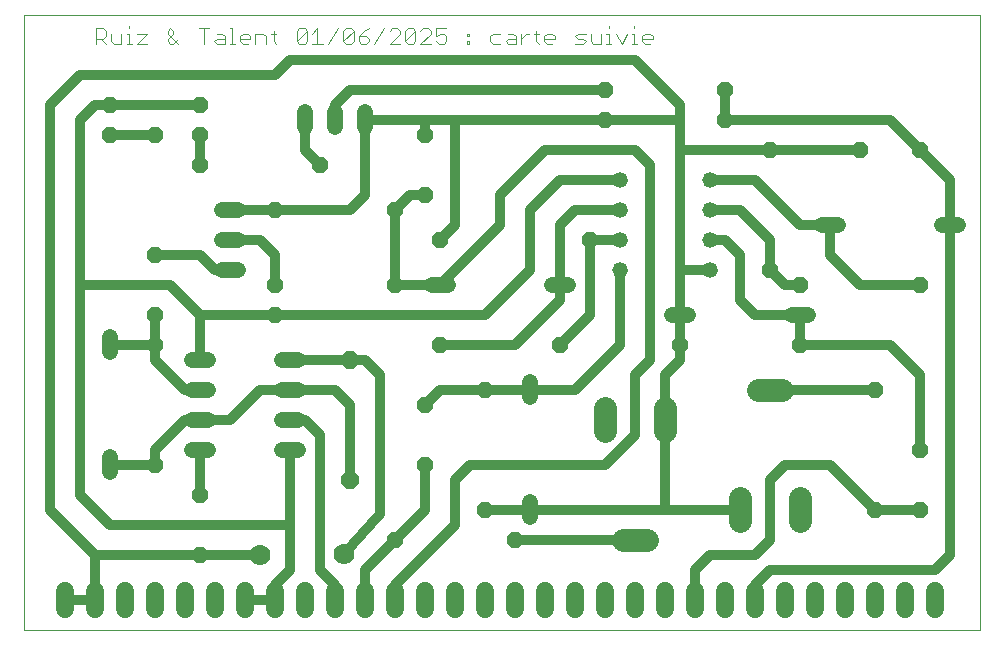
<source format=gbr>
G75*
G70*
%OFA0B0*%
%FSLAX24Y24*%
%IPPOS*%
%LPD*%
%AMOC8*
5,1,8,0,0,1.08239X$1,22.5*
%
%ADD10C,0.0000*%
%ADD11C,0.0040*%
%ADD12C,0.0520*%
%ADD13OC8,0.0520*%
%ADD14C,0.0520*%
%ADD15OC8,0.0600*%
%ADD16C,0.0600*%
%ADD17C,0.0780*%
%ADD18C,0.0320*%
%ADD19C,0.0700*%
D10*
X000110Y000101D02*
X000110Y020597D01*
X031980Y020597D01*
X031980Y000101D01*
X000110Y000101D01*
D11*
X002500Y019621D02*
X002500Y020141D01*
X002760Y020141D01*
X002847Y020054D01*
X002847Y019881D01*
X002760Y019794D01*
X002500Y019794D01*
X002673Y019794D02*
X002847Y019621D01*
X003015Y019708D02*
X003102Y019621D01*
X003362Y019621D01*
X003362Y019968D01*
X003531Y019968D02*
X003618Y019968D01*
X003618Y019621D01*
X003531Y019621D02*
X003705Y019621D01*
X003875Y019621D02*
X004222Y019621D01*
X004222Y019968D02*
X003875Y019621D01*
X003875Y019968D02*
X004222Y019968D01*
X003618Y020141D02*
X003618Y020228D01*
X003015Y019968D02*
X003015Y019708D01*
X004906Y019708D02*
X004993Y019621D01*
X005080Y019621D01*
X005253Y019794D01*
X005253Y019621D02*
X004906Y019968D01*
X004906Y020054D01*
X004993Y020141D01*
X005080Y020054D01*
X005080Y019968D01*
X004906Y019794D01*
X004906Y019708D01*
X005937Y020141D02*
X006284Y020141D01*
X006111Y020141D02*
X006111Y019621D01*
X006453Y019708D02*
X006540Y019794D01*
X006800Y019794D01*
X006800Y019881D02*
X006800Y019621D01*
X006540Y019621D01*
X006453Y019708D01*
X006540Y019968D02*
X006713Y019968D01*
X006800Y019881D01*
X006969Y020141D02*
X007055Y020141D01*
X007055Y019621D01*
X006969Y019621D02*
X007142Y019621D01*
X007312Y019708D02*
X007312Y019881D01*
X007399Y019968D01*
X007573Y019968D01*
X007659Y019881D01*
X007659Y019794D01*
X007312Y019794D01*
X007312Y019708D02*
X007399Y019621D01*
X007573Y019621D01*
X007828Y019621D02*
X007828Y019968D01*
X008088Y019968D01*
X008175Y019881D01*
X008175Y019621D01*
X008430Y019708D02*
X008517Y019621D01*
X008430Y019708D02*
X008430Y020054D01*
X008344Y019968D02*
X008517Y019968D01*
X009203Y020054D02*
X009203Y019708D01*
X009550Y020054D01*
X009550Y019708D01*
X009463Y019621D01*
X009290Y019621D01*
X009203Y019708D01*
X009203Y020054D02*
X009290Y020141D01*
X009463Y020141D01*
X009550Y020054D01*
X009719Y019968D02*
X009892Y020141D01*
X009892Y019621D01*
X009719Y019621D02*
X010066Y019621D01*
X010234Y019621D02*
X010581Y020141D01*
X010750Y020054D02*
X010837Y020141D01*
X011010Y020141D01*
X011097Y020054D01*
X010750Y019708D01*
X010837Y019621D01*
X011010Y019621D01*
X011097Y019708D01*
X011097Y020054D01*
X011266Y019881D02*
X011266Y019708D01*
X011352Y019621D01*
X011526Y019621D01*
X011612Y019708D01*
X011612Y019794D01*
X011526Y019881D01*
X011266Y019881D01*
X011439Y020054D01*
X011612Y020141D01*
X012128Y020141D02*
X011781Y019621D01*
X012297Y019621D02*
X012644Y019968D01*
X012644Y020054D01*
X012557Y020141D01*
X012384Y020141D01*
X012297Y020054D01*
X012812Y020054D02*
X012812Y019708D01*
X013159Y020054D01*
X013159Y019708D01*
X013073Y019621D01*
X012899Y019621D01*
X012812Y019708D01*
X012644Y019621D02*
X012297Y019621D01*
X012812Y020054D02*
X012899Y020141D01*
X013073Y020141D01*
X013159Y020054D01*
X013328Y020054D02*
X013415Y020141D01*
X013588Y020141D01*
X013675Y020054D01*
X013675Y019968D01*
X013328Y019621D01*
X013675Y019621D01*
X013844Y019708D02*
X013930Y019621D01*
X014104Y019621D01*
X014191Y019708D01*
X014191Y019881D01*
X014104Y019968D01*
X014017Y019968D01*
X013844Y019881D01*
X013844Y020141D01*
X014191Y020141D01*
X014875Y019968D02*
X014875Y019881D01*
X014962Y019881D01*
X014962Y019968D01*
X014875Y019968D01*
X014875Y019708D02*
X014875Y019621D01*
X014962Y019621D01*
X014962Y019708D01*
X014875Y019708D01*
X015648Y019708D02*
X015735Y019621D01*
X015995Y019621D01*
X016164Y019708D02*
X016251Y019794D01*
X016511Y019794D01*
X016511Y019881D02*
X016511Y019621D01*
X016251Y019621D01*
X016164Y019708D01*
X016251Y019968D02*
X016424Y019968D01*
X016511Y019881D01*
X016680Y019968D02*
X016680Y019621D01*
X016680Y019794D02*
X016853Y019968D01*
X016940Y019968D01*
X017109Y019968D02*
X017283Y019968D01*
X017196Y020054D02*
X017196Y019708D01*
X017283Y019621D01*
X017453Y019708D02*
X017453Y019881D01*
X017540Y019968D01*
X017713Y019968D01*
X017800Y019881D01*
X017800Y019794D01*
X017453Y019794D01*
X017453Y019708D02*
X017540Y019621D01*
X017713Y019621D01*
X018484Y019621D02*
X018744Y019621D01*
X018831Y019708D01*
X018744Y019794D01*
X018571Y019794D01*
X018484Y019881D01*
X018571Y019968D01*
X018831Y019968D01*
X019000Y019968D02*
X019000Y019708D01*
X019087Y019621D01*
X019347Y019621D01*
X019347Y019968D01*
X019516Y019968D02*
X019602Y019968D01*
X019602Y019621D01*
X019516Y019621D02*
X019689Y019621D01*
X020033Y019621D02*
X020206Y019968D01*
X020375Y019968D02*
X020462Y019968D01*
X020462Y019621D01*
X020548Y019621D02*
X020375Y019621D01*
X020033Y019621D02*
X019859Y019968D01*
X019602Y020141D02*
X019602Y020228D01*
X020462Y020228D02*
X020462Y020141D01*
X020719Y019881D02*
X020805Y019968D01*
X020979Y019968D01*
X021066Y019881D01*
X021066Y019794D01*
X020719Y019794D01*
X020719Y019708D02*
X020719Y019881D01*
X020719Y019708D02*
X020805Y019621D01*
X020979Y019621D01*
X015995Y019968D02*
X015735Y019968D01*
X015648Y019881D01*
X015648Y019708D01*
X010750Y019708D02*
X010750Y020054D01*
D12*
X010480Y017361D02*
X010480Y016841D01*
X011480Y016841D02*
X011480Y017361D01*
X009480Y017361D02*
X009480Y016841D01*
X007240Y014101D02*
X006720Y014101D01*
X006720Y013101D02*
X007240Y013101D01*
X007240Y012101D02*
X006720Y012101D01*
X002980Y009861D02*
X002980Y009341D01*
X005720Y009101D02*
X006240Y009101D01*
X006240Y008101D02*
X005720Y008101D01*
X005720Y007101D02*
X006240Y007101D01*
X006240Y006101D02*
X005720Y006101D01*
X002980Y005861D02*
X002980Y005341D01*
X008720Y006101D02*
X009240Y006101D01*
X009240Y007101D02*
X008720Y007101D01*
X008720Y008101D02*
X009240Y008101D01*
X009240Y009101D02*
X008720Y009101D01*
X013720Y011601D02*
X014240Y011601D01*
X017720Y011601D02*
X018240Y011601D01*
X021720Y010601D02*
X022240Y010601D01*
X025720Y010601D02*
X026240Y010601D01*
X026720Y013601D02*
X027240Y013601D01*
X030720Y013601D02*
X031240Y013601D01*
X016980Y008361D02*
X016980Y007841D01*
X016980Y004361D02*
X016980Y003841D01*
D13*
X016480Y003101D03*
X015480Y004101D03*
X013480Y005601D03*
X013480Y007601D03*
X015480Y008101D03*
X013980Y009601D03*
X012480Y011601D03*
X013980Y013101D03*
X012480Y014101D03*
X013480Y014601D03*
X013480Y016601D03*
X009980Y015601D03*
X008480Y014101D03*
X005980Y015601D03*
X005980Y016601D03*
X005980Y017601D03*
X004480Y016601D03*
X002980Y016601D03*
X002980Y017601D03*
X004480Y012601D03*
X004480Y010601D03*
X004480Y009601D03*
X008480Y010601D03*
X008480Y011601D03*
X004480Y005601D03*
X005980Y004601D03*
X005980Y002601D03*
X012480Y003101D03*
X017980Y009601D03*
X021980Y009601D03*
X024980Y012101D03*
X025980Y011601D03*
X025980Y009601D03*
X028480Y008101D03*
X029980Y006101D03*
X029980Y004101D03*
X028480Y004101D03*
X029980Y011601D03*
X029980Y016101D03*
X027980Y016101D03*
X024980Y016101D03*
X023480Y017101D03*
X023480Y018101D03*
X019480Y018101D03*
X019480Y017101D03*
X018980Y013101D03*
D14*
X019980Y013101D03*
X019980Y014101D03*
X019980Y015101D03*
X022980Y015101D03*
X022980Y014101D03*
X022980Y013101D03*
X022980Y012101D03*
X019980Y012101D03*
D15*
X010980Y009101D03*
X010980Y005101D03*
D16*
X011480Y001401D02*
X011480Y000801D01*
X012480Y000801D02*
X012480Y001401D01*
X013480Y001401D02*
X013480Y000801D01*
X014480Y000801D02*
X014480Y001401D01*
X015480Y001401D02*
X015480Y000801D01*
X016480Y000801D02*
X016480Y001401D01*
X017480Y001401D02*
X017480Y000801D01*
X018480Y000801D02*
X018480Y001401D01*
X019480Y001401D02*
X019480Y000801D01*
X020480Y000801D02*
X020480Y001401D01*
X021480Y001401D02*
X021480Y000801D01*
X022480Y000801D02*
X022480Y001401D01*
X023480Y001401D02*
X023480Y000801D01*
X024480Y000801D02*
X024480Y001401D01*
X025480Y001401D02*
X025480Y000801D01*
X026480Y000801D02*
X026480Y001401D01*
X027480Y001401D02*
X027480Y000801D01*
X028480Y000801D02*
X028480Y001401D01*
X029480Y001401D02*
X029480Y000801D01*
X030480Y000801D02*
X030480Y001401D01*
X010480Y001401D02*
X010480Y000801D01*
X009480Y000801D02*
X009480Y001401D01*
X008480Y001401D02*
X008480Y000801D01*
X007480Y000801D02*
X007480Y001401D01*
X006480Y001401D02*
X006480Y000801D01*
X005480Y000801D02*
X005480Y001401D01*
X004480Y001401D02*
X004480Y000801D01*
X003480Y000801D02*
X003480Y001401D01*
X002480Y001401D02*
X002480Y000801D01*
X001480Y000801D02*
X001480Y001401D01*
D17*
X019480Y006711D02*
X019480Y007491D01*
X021480Y007491D02*
X021480Y006711D01*
X024590Y008101D02*
X025370Y008101D01*
X025980Y004491D02*
X025980Y003711D01*
X023980Y003711D02*
X023980Y004491D01*
X020870Y003101D02*
X020090Y003101D01*
D18*
X020480Y003101D02*
X016480Y003101D01*
X016980Y004101D02*
X021480Y004101D01*
X023980Y004101D01*
X024980Y005101D02*
X024980Y003101D01*
X024480Y002601D01*
X022980Y002601D01*
X022480Y002101D01*
X022480Y001101D01*
X024480Y001101D02*
X024480Y001601D01*
X024980Y002101D01*
X030480Y002101D01*
X030980Y002601D01*
X030980Y013601D01*
X030980Y015101D01*
X029980Y016101D01*
X028980Y017101D01*
X023480Y017101D01*
X023480Y018101D01*
X021980Y017601D02*
X021980Y017101D01*
X019980Y017101D01*
X019480Y017101D01*
X014480Y017101D01*
X014480Y013601D01*
X013980Y013101D01*
X012480Y014101D02*
X012980Y014601D01*
X013480Y014601D01*
X012480Y014101D02*
X012480Y011601D01*
X013980Y011601D01*
X015980Y013601D01*
X015980Y014601D01*
X017480Y016101D01*
X020480Y016101D01*
X020980Y015601D01*
X020980Y009101D01*
X020480Y008601D01*
X020480Y006601D01*
X019480Y005601D01*
X014980Y005601D01*
X014480Y005101D01*
X014480Y003601D01*
X012480Y001601D01*
X012480Y001101D01*
X011480Y001101D02*
X011480Y002101D01*
X012480Y003101D01*
X013480Y004101D01*
X013480Y005601D01*
X010980Y005101D02*
X010980Y007601D01*
X010480Y008101D01*
X008980Y008101D01*
X007980Y008101D01*
X006980Y007101D01*
X005980Y007101D01*
X005480Y007101D01*
X004480Y006101D01*
X004480Y005601D01*
X002980Y005601D01*
X001980Y004601D02*
X002980Y003601D01*
X008980Y003601D01*
X008980Y002101D01*
X008480Y001601D01*
X008480Y001101D01*
X007480Y001101D01*
X007980Y002601D02*
X005980Y002601D01*
X002480Y002601D01*
X002480Y001101D01*
X001480Y001101D01*
X002480Y002601D02*
X000980Y004101D01*
X000980Y017601D01*
X001980Y018601D01*
X008480Y018601D01*
X008980Y019101D01*
X020480Y019101D01*
X021980Y017601D01*
X021980Y017101D02*
X021980Y016101D01*
X021980Y016002D01*
X021980Y016101D01*
X024980Y016101D01*
X027980Y016101D01*
X025980Y013601D02*
X024480Y015101D01*
X022980Y015101D01*
X022980Y014101D02*
X023980Y014101D01*
X024980Y013101D01*
X024980Y012101D01*
X025480Y011601D01*
X025980Y011601D01*
X026980Y012601D02*
X027980Y011601D01*
X029980Y011601D01*
X028980Y009601D02*
X025980Y009601D01*
X025980Y010601D01*
X024480Y010601D01*
X023980Y011101D01*
X023980Y012601D01*
X023480Y013101D01*
X022980Y013101D01*
X022980Y012101D02*
X021980Y012101D01*
X021980Y016002D01*
X019980Y015101D02*
X017980Y015101D01*
X016980Y014101D01*
X016980Y012101D01*
X015480Y010601D01*
X008480Y010601D01*
X005980Y010601D01*
X005980Y009101D01*
X005980Y008101D02*
X005480Y008101D01*
X004480Y009101D01*
X004480Y010601D01*
X004480Y009601D01*
X002980Y009601D01*
X004980Y011601D02*
X005980Y010601D01*
X004980Y011601D02*
X001980Y011601D01*
X001980Y017101D01*
X002480Y017601D01*
X002980Y017601D01*
X005980Y017601D01*
X005980Y016601D02*
X005980Y015601D01*
X004480Y016601D02*
X002980Y016601D01*
X006980Y014101D02*
X008480Y014101D01*
X010980Y014101D01*
X011480Y014601D01*
X011480Y017101D01*
X013480Y017101D01*
X013480Y016601D01*
X013480Y017101D02*
X014480Y017101D01*
X010980Y018101D02*
X010480Y017601D01*
X010480Y017101D01*
X009480Y017101D02*
X009480Y016101D01*
X009980Y015601D01*
X010980Y018101D02*
X019480Y018101D01*
X019980Y014101D02*
X018480Y014101D01*
X017980Y013601D01*
X017980Y011601D01*
X017980Y011101D01*
X016480Y009601D01*
X013980Y009601D01*
X011980Y008601D02*
X011973Y003964D01*
X010777Y002629D01*
X009980Y002101D02*
X009980Y006601D01*
X009480Y007101D01*
X008980Y007101D01*
X008980Y006101D02*
X008980Y003601D01*
X009980Y002101D02*
X010480Y001601D01*
X010480Y001101D01*
X015480Y004101D02*
X016980Y004101D01*
X021480Y004101D02*
X021480Y007101D01*
X021480Y008601D01*
X021980Y009101D01*
X021980Y009601D01*
X021980Y010601D01*
X021980Y012101D01*
X019980Y012101D02*
X019980Y009601D01*
X018480Y008101D01*
X016980Y008101D01*
X015480Y008101D01*
X013980Y008101D01*
X013480Y007601D01*
X011980Y008601D02*
X011480Y009101D01*
X010980Y009101D01*
X008980Y009101D01*
X008480Y011601D02*
X008480Y012601D01*
X007980Y013101D01*
X006980Y013101D01*
X006480Y012101D02*
X005980Y012601D01*
X004480Y012601D01*
X006480Y012101D02*
X006980Y012101D01*
X001980Y011601D02*
X001980Y004601D01*
X005980Y004601D02*
X005980Y006101D01*
X017980Y009601D02*
X018980Y010601D01*
X018980Y013101D01*
X019980Y013101D01*
X025980Y013601D02*
X026980Y013601D01*
X026980Y012601D01*
X028980Y009601D02*
X029980Y008601D01*
X029980Y006101D01*
X029980Y004101D02*
X028480Y004101D01*
X026980Y005601D01*
X025480Y005601D01*
X024980Y005101D01*
X024980Y008101D02*
X028480Y008101D01*
D19*
X010777Y002629D03*
X007980Y002601D03*
M02*

</source>
